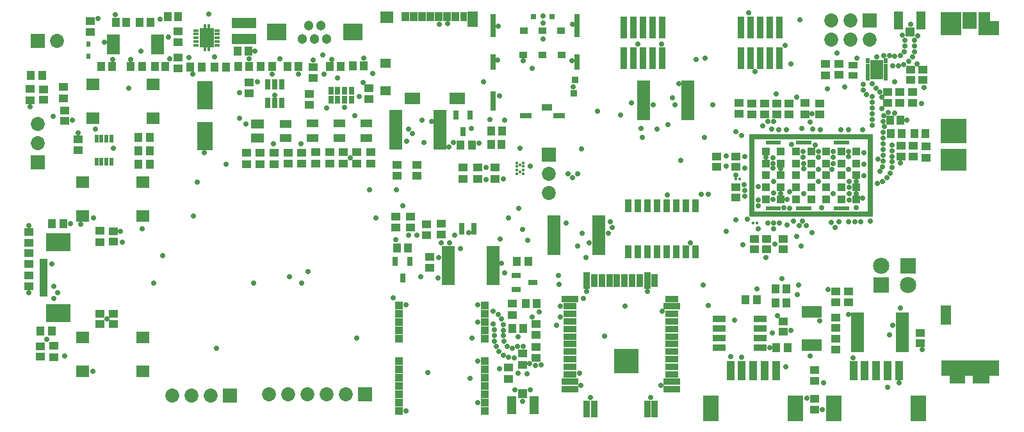
<source format=gts>
G04*
G04 #@! TF.GenerationSoftware,Altium Limited,Altium Designer,21.6.4 (81)*
G04*
G04 Layer_Color=8388736*
%FSLAX44Y44*%
%MOMM*%
G71*
G04*
G04 #@! TF.SameCoordinates,35F2EB46-45B6-4E83-8094-EA5E86E84025*
G04*
G04*
G04 #@! TF.FilePolarity,Negative*
G04*
G01*
G75*
%ADD90R,0.9832X1.1932*%
%ADD91R,1.1932X0.9832*%
%ADD92R,1.1532X1.1032*%
%ADD93R,1.7532X0.9482*%
%ADD94R,1.7532X0.8732*%
%ADD95R,0.6282X0.7182*%
%ADD96R,0.6282X0.4782*%
%ADD97R,1.1032X1.1532*%
%ADD98R,1.1032X0.9032*%
%ADD99R,0.9032X0.9032*%
%ADD100R,1.4032X0.8532*%
%ADD101R,0.6532X3.1032*%
%ADD102R,0.6532X2.1032*%
%ADD103R,0.9532X0.9032*%
%ADD104R,1.6032X0.7032*%
%ADD105R,0.6532X2.6032*%
%ADD106R,0.8032X0.8032*%
%ADD107R,1.0032X1.0032*%
%ADD108R,0.5032X0.5032*%
%ADD109R,0.5032X0.7432*%
%ADD110R,0.7432X0.7432*%
%ADD111R,0.7432X0.5032*%
%ADD112R,0.8032X1.2532*%
%ADD113R,1.6782X0.6532*%
%ADD114R,1.1032X1.0032*%
%ADD115R,3.2032X3.2332*%
%ADD116R,0.9032X2.2032*%
%ADD117R,2.2032X0.9032*%
%ADD118R,1.7032X0.9032*%
%ADD119R,0.9032X1.7032*%
%ADD120R,0.4572X0.4572*%
%ADD121R,1.2032X1.2532*%
%ADD122R,1.2532X2.4032*%
%ADD123R,0.9532X1.8032*%
%ADD124C,0.4532*%
%ADD125R,1.7532X1.5532*%
%ADD126R,1.4032X1.2032*%
%ADD127R,2.1032X1.5532*%
%ADD128R,1.3732X2.0032*%
%ADD129R,0.9532X1.3032*%
%ADD130R,1.0532X1.3032*%
%ADD131R,1.7532X1.5032*%
%ADD132R,1.0032X0.5032*%
%ADD133R,3.2532X2.4032*%
%ADD134R,1.7282X0.8532*%
%ADD135R,0.4532X0.8032*%
%ADD136R,1.8532X2.6032*%
%ADD137R,0.8032X0.4432*%
%ADD138R,3.4032X3.3032*%
%ADD139R,3.4032X2.9332*%
%ADD140R,7.7032X2.0032*%
%ADD141R,1.4032X2.6032*%
%ADD142R,2.7032X1.8532*%
%ADD143R,1.9032X2.3032*%
%ADD144R,2.7032X3.1032*%
%ADD145R,1.6032X1.4532*%
%ADD146R,2.1532X1.3032*%
%ADD147R,2.2032X1.3032*%
%ADD148R,1.2532X0.8032*%
%ADD149R,2.6032X2.2032*%
%ADD150R,0.7032X1.0032*%
%ADD151R,1.2032X0.8782*%
%ADD152R,2.0532X3.7032*%
%ADD153R,1.6032X1.1032*%
%ADD154R,0.6532X1.6282*%
%ADD155R,0.6232X0.7632*%
%ADD156R,3.2532X1.3432*%
%ADD157R,0.6732X0.5032*%
%ADD158R,0.5532X1.0532*%
%ADD159R,1.0032X2.6032*%
%ADD160R,2.0032X3.5032*%
%ADD161R,0.8032X1.4032*%
%ADD162R,1.6532X1.1532*%
%ADD163R,0.9432X2.9982*%
%ADD164C,1.8532*%
%ADD165R,1.8532X1.8532*%
%ADD166R,1.8532X1.8532*%
%ADD167C,1.3032*%
%ADD168R,2.1532X2.1532*%
%ADD169C,2.1532*%
%ADD170C,0.7032*%
D90*
X1167780Y403860D02*
D03*
X1153780D02*
D03*
X640730Y389890D02*
D03*
X626730D02*
D03*
X130160Y533863D02*
D03*
X144160D02*
D03*
X181580Y475443D02*
D03*
X195580D02*
D03*
X212740Y541020D02*
D03*
X198740D02*
D03*
X305450Y495300D02*
D03*
X291450D02*
D03*
X292070Y474980D02*
D03*
X306070D02*
D03*
X1200180Y386080D02*
D03*
X1186180D02*
D03*
X640080Y372110D02*
D03*
X626080D02*
D03*
X457850Y476250D02*
D03*
X443850D02*
D03*
D91*
X1150620Y441340D02*
D03*
Y427340D02*
D03*
X1166663D02*
D03*
Y441340D02*
D03*
X1181100Y471283D02*
D03*
Y457282D02*
D03*
X949960Y342250D02*
D03*
Y356250D02*
D03*
X924560D02*
D03*
Y342250D02*
D03*
X949960Y301610D02*
D03*
Y315610D02*
D03*
X990600Y233030D02*
D03*
Y247030D02*
D03*
X974090D02*
D03*
Y233030D02*
D03*
X1012190Y247030D02*
D03*
Y233030D02*
D03*
X1019940Y412100D02*
D03*
Y426100D02*
D03*
X1003898D02*
D03*
Y412100D02*
D03*
X987855Y426100D02*
D03*
Y412100D02*
D03*
X953770Y426750D02*
D03*
Y412750D02*
D03*
X1012190Y137810D02*
D03*
Y123810D02*
D03*
X1082040Y177180D02*
D03*
Y163180D02*
D03*
X1098550D02*
D03*
Y177180D02*
D03*
X1082040Y100300D02*
D03*
Y114300D02*
D03*
Y142890D02*
D03*
Y128890D02*
D03*
X1193800Y108570D02*
D03*
Y122570D02*
D03*
X34290Y445150D02*
D03*
Y431150D02*
D03*
X62230Y403210D02*
D03*
Y417210D02*
D03*
X212090Y472873D02*
D03*
Y486873D02*
D03*
X15240Y184150D02*
D03*
Y198150D02*
D03*
X109220Y134042D02*
D03*
Y148041D02*
D03*
X127000Y147970D02*
D03*
Y133970D02*
D03*
X544830Y208900D02*
D03*
Y222900D02*
D03*
X560070Y252700D02*
D03*
Y266700D02*
D03*
X1197143Y471283D02*
D03*
Y457282D02*
D03*
X685800Y120000D02*
D03*
Y134000D02*
D03*
X80010Y378460D02*
D03*
Y364460D02*
D03*
X1183975Y370137D02*
D03*
Y356137D02*
D03*
X1167933Y356137D02*
D03*
Y370137D02*
D03*
X127000Y257190D02*
D03*
Y243190D02*
D03*
X30480Y90790D02*
D03*
Y104790D02*
D03*
X306070Y454040D02*
D03*
Y440040D02*
D03*
X15240Y241920D02*
D03*
Y255920D02*
D03*
Y213980D02*
D03*
Y227980D02*
D03*
D92*
X1183705Y441840D02*
D03*
Y426840D02*
D03*
X686063Y104020D02*
D03*
Y89020D02*
D03*
X1201420Y369570D02*
D03*
Y354570D02*
D03*
X654050Y161170D02*
D03*
Y146170D02*
D03*
X648970Y61302D02*
D03*
Y76302D02*
D03*
X1060450Y426600D02*
D03*
Y411600D02*
D03*
X1041400Y411720D02*
D03*
Y426720D02*
D03*
X970813Y426480D02*
D03*
Y411480D02*
D03*
X1068403Y463790D02*
D03*
Y478790D02*
D03*
X1086445Y478910D02*
D03*
Y463910D02*
D03*
X48260Y105170D02*
D03*
Y90170D02*
D03*
X109542Y242690D02*
D03*
Y257690D02*
D03*
X448835Y361545D02*
D03*
Y346545D02*
D03*
X412750Y346830D02*
D03*
Y361830D02*
D03*
X339090Y361098D02*
D03*
Y346098D02*
D03*
X375920Y346348D02*
D03*
Y361348D02*
D03*
X303005Y361098D02*
D03*
Y346098D02*
D03*
X589280Y326510D02*
D03*
Y341510D02*
D03*
X608330D02*
D03*
Y326510D02*
D03*
X631190D02*
D03*
Y341510D02*
D03*
X386080Y424300D02*
D03*
Y439300D02*
D03*
X464820Y446920D02*
D03*
Y431920D02*
D03*
X391160Y474860D02*
D03*
Y459860D02*
D03*
X668020Y80130D02*
D03*
Y95130D02*
D03*
X541020Y251580D02*
D03*
Y266580D02*
D03*
X519430Y261740D02*
D03*
Y276740D02*
D03*
X500380D02*
D03*
Y261740D02*
D03*
X528320Y330320D02*
D03*
Y345320D02*
D03*
X501650D02*
D03*
Y330320D02*
D03*
X96520Y535820D02*
D03*
Y520820D02*
D03*
X212090Y522193D02*
D03*
Y507193D02*
D03*
X60960Y433190D02*
D03*
Y448190D02*
D03*
X16510Y445770D02*
D03*
Y430770D02*
D03*
X1054100Y35440D02*
D03*
Y20440D02*
D03*
X466878Y361545D02*
D03*
Y346545D02*
D03*
X1054100Y58420D02*
D03*
Y73420D02*
D03*
X430793Y346545D02*
D03*
Y361545D02*
D03*
X394182D02*
D03*
Y346545D02*
D03*
X357877Y346347D02*
D03*
Y361347D02*
D03*
X321047Y361097D02*
D03*
Y346097D02*
D03*
D93*
X1136280Y479860D02*
D03*
Y462310D02*
D03*
D94*
Y471090D02*
D03*
D95*
X1124400Y459660D02*
D03*
Y482520D02*
D03*
X1148160D02*
D03*
Y459660D02*
D03*
D96*
X1124400Y466090D02*
D03*
Y471090D02*
D03*
Y476090D02*
D03*
X1148160D02*
D03*
Y466090D02*
D03*
Y471090D02*
D03*
D97*
X1154550Y386080D02*
D03*
X1169550D02*
D03*
X427870Y474980D02*
D03*
X412870D02*
D03*
X175020Y345440D02*
D03*
X160020D02*
D03*
X160140Y363483D02*
D03*
X175140D02*
D03*
Y381525D02*
D03*
X160140D02*
D03*
X669170Y128270D02*
D03*
X654170D02*
D03*
X501770Y235033D02*
D03*
X516770D02*
D03*
X45840Y266700D02*
D03*
X60840D02*
D03*
X45720Y124460D02*
D03*
X30720D02*
D03*
X600710Y370840D02*
D03*
X585710D02*
D03*
X243633Y474787D02*
D03*
X228633D02*
D03*
X260675D02*
D03*
X275675D02*
D03*
X149860Y475443D02*
D03*
X164860D02*
D03*
X125610Y474992D02*
D03*
X110610D02*
D03*
X176290Y533863D02*
D03*
X161290D02*
D03*
X17900Y463550D02*
D03*
X32900D02*
D03*
X962660Y166370D02*
D03*
X977660D02*
D03*
X371990Y474980D02*
D03*
X356990D02*
D03*
X321512D02*
D03*
X336512D02*
D03*
X1017150Y162297D02*
D03*
X1002150D02*
D03*
X1017030Y180340D02*
D03*
X1002030D02*
D03*
X1018420Y102870D02*
D03*
X1003420D02*
D03*
X671950Y161290D02*
D03*
X686950D02*
D03*
X675640Y217375D02*
D03*
X660640D02*
D03*
D98*
X669930Y522580D02*
D03*
X694330D02*
D03*
X718730D02*
D03*
X668930Y490880D02*
D03*
X694330D02*
D03*
X719730D02*
D03*
D99*
X737030Y457580D02*
D03*
D100*
X699830Y420830D02*
D03*
D101*
X740280Y529580D02*
D03*
X628780D02*
D03*
D102*
X740280Y481080D02*
D03*
X628780D02*
D03*
D103*
X735280Y439580D02*
D03*
D104*
X716330Y410080D02*
D03*
X672330D02*
D03*
D105*
X628780Y429580D02*
D03*
D106*
X682130Y541080D02*
D03*
X706530D02*
D03*
D107*
X1109369Y298960D02*
D03*
X1089369D02*
D03*
X1069369D02*
D03*
X1049369D02*
D03*
X1029369D02*
D03*
X1009369D02*
D03*
X1109369Y314960D02*
D03*
X1089369D02*
D03*
X1069369D02*
D03*
X1049369D02*
D03*
X1029369D02*
D03*
X1009369D02*
D03*
X1109369Y330960D02*
D03*
X1089369D02*
D03*
X1069369D02*
D03*
X1049369D02*
D03*
X1029369D02*
D03*
X1009369D02*
D03*
X1109369Y346960D02*
D03*
X1089369D02*
D03*
X1069369D02*
D03*
X1049369D02*
D03*
X1029369D02*
D03*
X1009369D02*
D03*
X1109369Y362960D02*
D03*
X1089369D02*
D03*
X1069369D02*
D03*
X989369Y298960D02*
D03*
Y362960D02*
D03*
Y346960D02*
D03*
Y330960D02*
D03*
X1009369Y362960D02*
D03*
X1029369D02*
D03*
X1049369D02*
D03*
X989369Y314960D02*
D03*
D108*
X1096869Y287460D02*
D03*
X1091869D02*
D03*
X1086869D02*
D03*
X1081869D02*
D03*
X1046869D02*
D03*
X1041869D02*
D03*
X1036869D02*
D03*
X1031869D02*
D03*
X991869D02*
D03*
X996869D02*
D03*
X1001869D02*
D03*
X1006869D02*
D03*
X1096869Y374460D02*
D03*
X1091869D02*
D03*
X1086869D02*
D03*
X1081869D02*
D03*
X1046869D02*
D03*
X1041869D02*
D03*
X1036869D02*
D03*
X1031869D02*
D03*
X991869D02*
D03*
X996869D02*
D03*
X1001869D02*
D03*
X1006869D02*
D03*
D109*
X976869Y382160D02*
D03*
X981869D02*
D03*
X986869D02*
D03*
X991869D02*
D03*
X996869D02*
D03*
X1001869D02*
D03*
X1006869D02*
D03*
X1011869D02*
D03*
X1016869D02*
D03*
X1021869D02*
D03*
X1026869D02*
D03*
X1031869D02*
D03*
X1036869D02*
D03*
X1041869D02*
D03*
X1046869D02*
D03*
X1051869D02*
D03*
X1056869D02*
D03*
X1061869D02*
D03*
X1066869D02*
D03*
X1071869D02*
D03*
X1076869D02*
D03*
X1081869D02*
D03*
X1086869D02*
D03*
X1091869D02*
D03*
X1096869D02*
D03*
X1101869D02*
D03*
X1106869D02*
D03*
X1111869D02*
D03*
X1116869D02*
D03*
X1121869D02*
D03*
Y279760D02*
D03*
X1116869D02*
D03*
X1111869D02*
D03*
X1106869D02*
D03*
X1101869D02*
D03*
X1096869D02*
D03*
X1091869D02*
D03*
X1086869D02*
D03*
X1081869D02*
D03*
X1076869D02*
D03*
X1071869D02*
D03*
X1066869D02*
D03*
X1061869D02*
D03*
X1056869D02*
D03*
X1051869D02*
D03*
X1046869D02*
D03*
X1041869D02*
D03*
X1036869D02*
D03*
X1031869D02*
D03*
X1026869D02*
D03*
X1021869D02*
D03*
X1016869D02*
D03*
X1011869D02*
D03*
X1006869D02*
D03*
X1001869D02*
D03*
X996869D02*
D03*
X991869D02*
D03*
X986869D02*
D03*
X981869D02*
D03*
X976869D02*
D03*
D110*
X1128068Y382160D02*
D03*
Y279760D02*
D03*
X970668D02*
D03*
Y382160D02*
D03*
D111*
X1128068Y375960D02*
D03*
Y370960D02*
D03*
Y365960D02*
D03*
Y360960D02*
D03*
Y355960D02*
D03*
Y350960D02*
D03*
Y345960D02*
D03*
Y340960D02*
D03*
Y335960D02*
D03*
Y330960D02*
D03*
Y325960D02*
D03*
Y320960D02*
D03*
Y315960D02*
D03*
Y310960D02*
D03*
Y305960D02*
D03*
Y300960D02*
D03*
Y295960D02*
D03*
Y290960D02*
D03*
Y285960D02*
D03*
X970668D02*
D03*
Y290960D02*
D03*
Y295960D02*
D03*
Y300960D02*
D03*
Y305960D02*
D03*
Y310960D02*
D03*
Y315960D02*
D03*
Y320960D02*
D03*
Y325960D02*
D03*
Y330960D02*
D03*
Y335960D02*
D03*
Y340960D02*
D03*
Y345960D02*
D03*
Y350960D02*
D03*
Y355960D02*
D03*
Y360960D02*
D03*
Y365960D02*
D03*
Y370960D02*
D03*
Y375960D02*
D03*
D112*
X598780Y411133D02*
D03*
X579780D02*
D03*
X589280Y389133D02*
D03*
X518770Y216740D02*
D03*
X499770D02*
D03*
X509270Y194740D02*
D03*
D113*
X500108Y414025D02*
D03*
Y407525D02*
D03*
Y401025D02*
D03*
Y394525D02*
D03*
Y388025D02*
D03*
Y381525D02*
D03*
Y375025D02*
D03*
Y368525D02*
D03*
X558868D02*
D03*
Y375025D02*
D03*
Y381525D02*
D03*
Y388025D02*
D03*
Y394525D02*
D03*
Y401025D02*
D03*
Y407525D02*
D03*
Y414025D02*
D03*
X709760Y228710D02*
D03*
Y235210D02*
D03*
Y241710D02*
D03*
Y248210D02*
D03*
Y254710D02*
D03*
Y261210D02*
D03*
Y267710D02*
D03*
Y274210D02*
D03*
X768520D02*
D03*
Y267710D02*
D03*
Y261210D02*
D03*
Y254710D02*
D03*
Y248210D02*
D03*
Y241710D02*
D03*
Y235210D02*
D03*
Y228710D02*
D03*
X628820Y188737D02*
D03*
Y195238D02*
D03*
Y201737D02*
D03*
Y208237D02*
D03*
Y214738D02*
D03*
Y221238D02*
D03*
Y227737D02*
D03*
Y234237D02*
D03*
X570060D02*
D03*
Y227737D02*
D03*
Y221238D02*
D03*
Y214738D02*
D03*
Y208237D02*
D03*
Y201737D02*
D03*
Y195238D02*
D03*
Y188737D02*
D03*
X886630Y407780D02*
D03*
Y414280D02*
D03*
Y420780D02*
D03*
Y427280D02*
D03*
Y433780D02*
D03*
Y440280D02*
D03*
Y446780D02*
D03*
Y453280D02*
D03*
X827870D02*
D03*
Y446780D02*
D03*
Y440280D02*
D03*
Y433780D02*
D03*
Y427280D02*
D03*
Y420780D02*
D03*
Y414280D02*
D03*
Y407780D02*
D03*
X1111080Y145940D02*
D03*
Y139440D02*
D03*
Y132940D02*
D03*
Y126440D02*
D03*
Y119940D02*
D03*
Y113440D02*
D03*
Y106940D02*
D03*
Y100440D02*
D03*
X1169840D02*
D03*
Y106940D02*
D03*
Y113440D02*
D03*
Y119940D02*
D03*
Y126440D02*
D03*
Y132940D02*
D03*
Y139440D02*
D03*
Y145940D02*
D03*
X126830Y514538D02*
D03*
Y508038D02*
D03*
Y501538D02*
D03*
Y495038D02*
D03*
X185590D02*
D03*
Y501538D02*
D03*
Y508038D02*
D03*
Y514538D02*
D03*
D114*
X617677Y18945D02*
D03*
Y29945D02*
D03*
Y40945D02*
D03*
Y51945D02*
D03*
Y62945D02*
D03*
Y73945D02*
D03*
Y84945D02*
D03*
Y114945D02*
D03*
Y125945D02*
D03*
Y136945D02*
D03*
Y147945D02*
D03*
Y158945D02*
D03*
X504678D02*
D03*
Y147945D02*
D03*
Y136945D02*
D03*
Y125945D02*
D03*
Y114945D02*
D03*
Y84945D02*
D03*
Y73945D02*
D03*
Y62945D02*
D03*
Y51945D02*
D03*
Y40945D02*
D03*
Y29945D02*
D03*
Y18945D02*
D03*
D115*
X804678Y84980D02*
D03*
D116*
X842678Y21680D02*
D03*
X832678D02*
D03*
X762678D02*
D03*
X752678D02*
D03*
Y191680D02*
D03*
X832678D02*
D03*
D117*
X730177Y47480D02*
D03*
Y57480D02*
D03*
Y167480D02*
D03*
X865177Y157480D02*
D03*
Y57480D02*
D03*
Y47480D02*
D03*
D118*
X730177Y67480D02*
D03*
Y77480D02*
D03*
Y87480D02*
D03*
Y97480D02*
D03*
Y107480D02*
D03*
Y117480D02*
D03*
Y127480D02*
D03*
Y137480D02*
D03*
Y147480D02*
D03*
Y157480D02*
D03*
X865177Y167480D02*
D03*
Y147480D02*
D03*
Y137480D02*
D03*
Y127480D02*
D03*
Y117480D02*
D03*
Y107480D02*
D03*
Y97480D02*
D03*
Y87480D02*
D03*
Y77480D02*
D03*
Y67480D02*
D03*
D119*
X762678Y191680D02*
D03*
X772678D02*
D03*
X782678D02*
D03*
X792678D02*
D03*
X802678D02*
D03*
X812678D02*
D03*
X822678D02*
D03*
X842678D02*
D03*
D120*
X955040Y326390D02*
D03*
X949960D02*
D03*
X972820Y267970D02*
D03*
X977900D02*
D03*
D121*
X1179830Y520690D02*
D03*
X668020Y41920D02*
D03*
D122*
X1165080Y535940D02*
D03*
X1194580D02*
D03*
X653270Y26670D02*
D03*
X682770D02*
D03*
D123*
X807720Y229850D02*
D03*
X820420D02*
D03*
X833120D02*
D03*
X845820D02*
D03*
X858520D02*
D03*
X871220D02*
D03*
X883920D02*
D03*
X896620D02*
D03*
Y290850D02*
D03*
X883920D02*
D03*
X871220D02*
D03*
X858520D02*
D03*
X845820D02*
D03*
X833120D02*
D03*
X820420D02*
D03*
X807720D02*
D03*
D124*
X660452Y332820D02*
D03*
Y337820D02*
D03*
Y342820D02*
D03*
Y347820D02*
D03*
X664802Y335320D02*
D03*
Y345320D02*
D03*
X669152Y332820D02*
D03*
Y337820D02*
D03*
Y342820D02*
D03*
Y347820D02*
D03*
D125*
X488720Y540070D02*
D03*
D126*
X486970Y479820D02*
D03*
Y442820D02*
D03*
D127*
X521970Y433070D02*
D03*
X581670D02*
D03*
D128*
X601920Y537820D02*
D03*
D129*
X589820Y541320D02*
D03*
D130*
X579320D02*
D03*
X568320D02*
D03*
X557320D02*
D03*
X546320D02*
D03*
X535320D02*
D03*
X524320D02*
D03*
X513320D02*
D03*
D131*
X165480Y71480D02*
D03*
X85980D02*
D03*
X165480Y116480D02*
D03*
X85980D02*
D03*
X99950Y451760D02*
D03*
X179450D02*
D03*
X99950Y406760D02*
D03*
X179450D02*
D03*
X85980Y322220D02*
D03*
X165480D02*
D03*
X85980Y277220D02*
D03*
X165480D02*
D03*
D132*
X34689Y173280D02*
D03*
Y178280D02*
D03*
Y183280D02*
D03*
Y188280D02*
D03*
Y193280D02*
D03*
Y198280D02*
D03*
Y203280D02*
D03*
Y208280D02*
D03*
Y213280D02*
D03*
Y218280D02*
D03*
D133*
X53939Y148780D02*
D03*
Y242780D02*
D03*
D134*
X927920Y140970D02*
D03*
Y128270D02*
D03*
Y115570D02*
D03*
Y102870D02*
D03*
X982160D02*
D03*
Y115570D02*
D03*
Y128270D02*
D03*
Y140970D02*
D03*
D135*
X252642Y527580D02*
D03*
X247642D02*
D03*
X252642Y498580D02*
D03*
X247642D02*
D03*
D136*
X250142Y513080D02*
D03*
D137*
X236141Y503080D02*
D03*
Y508080D02*
D03*
Y513080D02*
D03*
Y518080D02*
D03*
Y523080D02*
D03*
X264142D02*
D03*
Y518080D02*
D03*
Y513080D02*
D03*
Y508080D02*
D03*
Y503080D02*
D03*
D138*
X1237370Y390030D02*
D03*
D139*
Y351880D02*
D03*
D140*
X1259870Y75530D02*
D03*
D141*
X1227470Y146030D02*
D03*
D142*
X1283970Y525780D02*
D03*
D143*
X1258970Y536030D02*
D03*
D144*
X1233970Y532030D02*
D03*
D145*
X1278470Y540280D02*
D03*
D146*
X1243120Y61030D02*
D03*
D147*
X1274370D02*
D03*
D148*
X659560Y198833D02*
D03*
Y179832D02*
D03*
X681560Y189333D02*
D03*
D149*
X443440Y520810D02*
D03*
X342440D02*
D03*
D150*
X414490Y443165D02*
D03*
X423490D02*
D03*
X432490D02*
D03*
X441490D02*
D03*
Y431165D02*
D03*
X432490D02*
D03*
X423490D02*
D03*
X414490D02*
D03*
D151*
X1104488Y463550D02*
D03*
Y476790D02*
D03*
D152*
X247650Y437210D02*
D03*
Y383210D02*
D03*
D153*
X461010Y399588D02*
D03*
Y380588D02*
D03*
X425450Y399873D02*
D03*
Y380873D02*
D03*
X354330Y399390D02*
D03*
Y380390D02*
D03*
X389890Y399873D02*
D03*
Y380873D02*
D03*
D154*
X1040540Y150390D02*
D03*
X1047040D02*
D03*
X1053540D02*
D03*
X1060040D02*
D03*
Y106150D02*
D03*
X1053540D02*
D03*
X1047040D02*
D03*
X1040540D02*
D03*
D155*
X93980Y488570D02*
D03*
Y504570D02*
D03*
D156*
X299720Y511308D02*
D03*
Y532909D02*
D03*
D157*
X587280Y255350D02*
D03*
Y260350D02*
D03*
Y265350D02*
D03*
X603980D02*
D03*
Y260350D02*
D03*
Y255350D02*
D03*
D158*
X124050Y379990D02*
D03*
X117550D02*
D03*
X111050D02*
D03*
X104550D02*
D03*
Y348990D02*
D03*
X111050D02*
D03*
X117550D02*
D03*
X124050D02*
D03*
D159*
X1002820Y72640D02*
D03*
X987820D02*
D03*
X972820D02*
D03*
X957820D02*
D03*
X942820D02*
D03*
X1165428D02*
D03*
X1150428D02*
D03*
X1135428D02*
D03*
X1120427D02*
D03*
X1105428D02*
D03*
D160*
X1028820Y22140D02*
D03*
X916820D02*
D03*
X1191428D02*
D03*
X1079428D02*
D03*
D161*
X330860Y426920D02*
D03*
X340360D02*
D03*
X349860D02*
D03*
Y451920D02*
D03*
X340360D02*
D03*
X330860D02*
D03*
D162*
X317500Y380390D02*
D03*
Y399390D02*
D03*
D163*
X1007110Y527070D02*
D03*
Y486410D02*
D03*
X994410Y527070D02*
D03*
Y486410D02*
D03*
X981710Y527070D02*
D03*
Y486410D02*
D03*
X969010Y527070D02*
D03*
Y486410D02*
D03*
X956310Y527070D02*
D03*
Y486410D02*
D03*
X852170Y527060D02*
D03*
Y486400D02*
D03*
X839470Y527060D02*
D03*
Y486400D02*
D03*
X826770Y527060D02*
D03*
Y486400D02*
D03*
X814070Y527060D02*
D03*
Y486400D02*
D03*
X801370Y527060D02*
D03*
Y486400D02*
D03*
D164*
X26577Y398780D02*
D03*
Y373380D02*
D03*
X1126902Y510540D02*
D03*
X1101503Y535940D02*
D03*
Y510540D02*
D03*
X1076103Y535940D02*
D03*
Y510540D02*
D03*
X52070Y509270D02*
D03*
X702310Y332740D02*
D03*
Y307340D02*
D03*
X434340Y40640D02*
D03*
X408940D02*
D03*
X383540D02*
D03*
X358140D02*
D03*
X332740D02*
D03*
X255270Y39370D02*
D03*
X229870D02*
D03*
X204470D02*
D03*
D165*
X26577Y347980D02*
D03*
X702310Y358140D02*
D03*
D166*
X1126902Y535940D02*
D03*
X26670Y509270D02*
D03*
X459740Y40640D02*
D03*
X280670Y39370D02*
D03*
D167*
X408940Y511810D02*
D03*
X400940Y529810D02*
D03*
X392940Y511810D02*
D03*
X384940Y529810D02*
D03*
X376940Y511810D02*
D03*
D168*
X1141730Y185420D02*
D03*
X1177290Y210820D02*
D03*
D169*
X1141730D02*
D03*
X1177290Y185420D02*
D03*
D170*
X1151675Y413949D02*
D03*
X1159647Y413558D02*
D03*
X1144741Y402818D02*
D03*
X1146156Y395412D02*
D03*
X1152720Y489530D02*
D03*
X1145199Y490068D02*
D03*
X1130377Y405183D02*
D03*
Y397643D02*
D03*
X1043940Y35560D02*
D03*
X534670Y403860D02*
D03*
X961291Y310854D02*
D03*
X755650Y241300D02*
D03*
X947795Y138822D02*
D03*
X904240Y306070D02*
D03*
X913130D02*
D03*
X359410Y196850D02*
D03*
X375951Y188361D02*
D03*
X384634Y203635D02*
D03*
X1080837Y261687D02*
D03*
X1075642Y269046D02*
D03*
X1086372Y269325D02*
D03*
X1115054Y269288D02*
D03*
X1106945Y269385D02*
D03*
X1098550Y269240D02*
D03*
X949960Y271780D02*
D03*
X537254Y374734D02*
D03*
X514604Y376597D02*
D03*
X522628Y386099D02*
D03*
X585470Y233680D02*
D03*
X638461Y246733D02*
D03*
X1159510Y454660D02*
D03*
X824709Y392799D02*
D03*
X826143Y381381D02*
D03*
X610535Y373543D02*
D03*
X576120Y374157D02*
D03*
X600292Y392901D02*
D03*
X445770Y410210D02*
D03*
X338927Y373188D02*
D03*
X375273Y372931D02*
D03*
X811530Y426720D02*
D03*
X767113Y415965D02*
D03*
X860339Y398090D02*
D03*
X845323Y392356D02*
D03*
X637540Y436190D02*
D03*
X624426Y404691D02*
D03*
X797310Y410772D02*
D03*
X557767Y531007D02*
D03*
X734527Y448540D02*
D03*
X439936Y354007D02*
D03*
X678180Y342900D02*
D03*
X1051298Y392190D02*
D03*
X1065530Y55880D02*
D03*
X1165860D02*
D03*
X1079928Y11895D02*
D03*
X1191260Y11430D02*
D03*
X1016000Y77470D02*
D03*
X127000Y367030D02*
D03*
X740410Y237490D02*
D03*
X746760Y254436D02*
D03*
X717543Y143517D02*
D03*
X713160Y132080D02*
D03*
X717550Y157480D02*
D03*
X727710Y332740D02*
D03*
X734060Y327660D02*
D03*
X740410Y332740D02*
D03*
X725170Y267970D02*
D03*
X742950Y68580D02*
D03*
X913130Y158750D02*
D03*
X906780Y185420D02*
D03*
X1036320Y237490D02*
D03*
X989330Y222250D02*
D03*
X262890Y101600D02*
D03*
X985520Y396240D02*
D03*
X949960Y388620D02*
D03*
X293370Y406400D02*
D03*
X661670Y116840D02*
D03*
X661799Y68471D02*
D03*
X657881Y46949D02*
D03*
X667954Y31531D02*
D03*
X678159Y46820D02*
D03*
X674241Y68342D02*
D03*
X629325Y133958D02*
D03*
X630476Y126506D02*
D03*
Y118966D02*
D03*
X630775Y111432D02*
D03*
X632823Y104176D02*
D03*
X636938Y97858D02*
D03*
X642634Y92917D02*
D03*
X649554Y89923D02*
D03*
X657026Y88909D02*
D03*
X677478Y81188D02*
D03*
X684798Y79381D02*
D03*
X692332Y79684D02*
D03*
X669019Y104769D02*
D03*
X661487Y104414D02*
D03*
X654524Y101522D02*
D03*
X647666Y104655D02*
D03*
X643548Y110971D02*
D03*
X642918Y118485D02*
D03*
Y126025D02*
D03*
X642384Y133546D02*
D03*
X639820Y140637D02*
D03*
X635342Y146703D02*
D03*
X629248Y151143D02*
D03*
X637540Y74930D02*
D03*
X680720Y143510D02*
D03*
X598170Y62230D02*
D03*
X542290Y69850D02*
D03*
X651510Y22860D02*
D03*
X681990D02*
D03*
X600710Y115570D02*
D03*
X775970Y118110D02*
D03*
X689610Y149860D02*
D03*
X1009187Y306960D02*
D03*
X1118179Y451663D02*
D03*
X1118599Y444135D02*
D03*
X1122884Y437931D02*
D03*
X1129962Y435332D02*
D03*
X1130377Y427803D02*
D03*
Y420263D02*
D03*
Y412723D02*
D03*
X1137838Y352798D02*
D03*
X1142819Y419268D02*
D03*
X1142870Y434347D02*
D03*
X1140751Y441584D02*
D03*
X1135193Y446679D02*
D03*
X1130621Y452675D02*
D03*
X1020778Y309646D02*
D03*
X1063182Y288180D02*
D03*
X1042670Y264160D02*
D03*
X1037590Y270510D02*
D03*
X1117141Y391206D02*
D03*
X1098601Y391618D02*
D03*
X1088485Y391536D02*
D03*
X1061790Y391881D02*
D03*
X1036881Y393503D02*
D03*
X1016585Y391473D02*
D03*
X1006505Y391812D02*
D03*
X997033Y391947D02*
D03*
X957580Y383540D02*
D03*
X961763Y355935D02*
D03*
X961390Y340360D02*
D03*
X937260Y356870D02*
D03*
Y342900D02*
D03*
X949960Y330962D02*
D03*
X960901Y318246D02*
D03*
X961390Y303530D02*
D03*
X965287Y272632D02*
D03*
X979170Y260350D02*
D03*
X1001397Y239678D02*
D03*
X991870Y267970D02*
D03*
X999490D02*
D03*
X1007690D02*
D03*
X999490Y260405D02*
D03*
X1017270Y265430D02*
D03*
X1026160Y270510D02*
D03*
X1033780Y264160D02*
D03*
X1127956Y270428D02*
D03*
X1050290Y255270D02*
D03*
X1029970Y250190D02*
D03*
X959286Y239118D02*
D03*
X1047750Y401320D02*
D03*
X1051015Y412682D02*
D03*
X1003234Y438626D02*
D03*
X1030028Y434790D02*
D03*
X1013714Y287782D02*
D03*
X1021179Y287138D02*
D03*
X1017986Y298951D02*
D03*
X999097Y353837D02*
D03*
X989452Y354901D02*
D03*
X999204Y346931D02*
D03*
X999316Y340360D02*
D03*
X1009323Y339487D02*
D03*
X999490Y322580D02*
D03*
X979170Y316230D02*
D03*
Y298450D02*
D03*
Y291084D02*
D03*
X1108710Y288290D02*
D03*
X1117570Y300960D02*
D03*
X1099820Y298450D02*
D03*
X1099404Y306924D02*
D03*
X1109281Y307162D02*
D03*
X1078952Y306939D02*
D03*
X1039277Y306822D02*
D03*
X1059180Y322580D02*
D03*
Y339090D02*
D03*
X1039575Y339450D02*
D03*
X1039334Y346934D02*
D03*
X1039092Y355005D02*
D03*
Y362683D02*
D03*
X1023620Y372110D02*
D03*
X1055116Y370894D02*
D03*
X1059160Y362458D02*
D03*
X1059055Y355097D02*
D03*
X1078810Y346735D02*
D03*
X1076960Y338960D02*
D03*
X1078810Y355252D02*
D03*
X1078476Y363059D02*
D03*
X1099130Y362960D02*
D03*
Y355518D02*
D03*
Y339193D02*
D03*
X1099368Y323032D02*
D03*
X1109346Y323057D02*
D03*
X1119409Y330876D02*
D03*
X1119409Y345654D02*
D03*
X1119551Y360942D02*
D03*
X1099368Y314960D02*
D03*
X991870Y402590D02*
D03*
X999490D02*
D03*
X999385Y298794D02*
D03*
X999490Y307340D02*
D03*
X1180691Y531079D02*
D03*
X1169691Y516511D02*
D03*
X1173609Y510069D02*
D03*
Y502529D02*
D03*
X1172931Y495019D02*
D03*
X1167712Y489578D02*
D03*
X1160219Y488741D02*
D03*
X1157043Y476299D02*
D03*
X1164583Y476357D02*
D03*
X1171964Y477897D02*
D03*
X1178384Y481852D02*
D03*
X1183135Y487707D02*
D03*
X1185711Y494793D02*
D03*
X1186051Y502325D02*
D03*
Y509865D02*
D03*
X1189969Y516307D02*
D03*
X1195681Y426532D02*
D03*
X1109980Y486410D02*
D03*
X1070610Y445770D02*
D03*
X1189376Y478420D02*
D03*
X1136031Y487954D02*
D03*
X1093470Y448310D02*
D03*
X1083310Y492760D02*
D03*
X1198880Y447040D02*
D03*
X1164590Y532130D02*
D03*
X1145048Y410352D02*
D03*
X1144911Y387975D02*
D03*
X1144453Y380449D02*
D03*
Y372909D02*
D03*
Y365369D02*
D03*
Y357829D02*
D03*
Y350289D02*
D03*
X1144106Y342757D02*
D03*
X1140518Y336126D02*
D03*
X1136751Y320397D02*
D03*
X1143739Y323229D02*
D03*
X1149671Y327883D02*
D03*
X1153949Y334092D02*
D03*
X1156388Y341227D02*
D03*
X1156787Y348756D02*
D03*
Y356296D02*
D03*
Y363836D02*
D03*
Y371376D02*
D03*
X937260Y256540D02*
D03*
X977900Y180340D02*
D03*
X1010920Y194310D02*
D03*
X1032510Y185420D02*
D03*
X1194580Y532130D02*
D03*
X889698Y241300D02*
D03*
X106680Y538480D02*
D03*
X302260Y398780D02*
D03*
X188580Y538017D02*
D03*
X246957Y361317D02*
D03*
X1060450Y138430D02*
D03*
X1022508Y125809D02*
D03*
X994338Y102870D02*
D03*
X942703Y90776D02*
D03*
X916903Y12035D02*
D03*
X1029141Y11614D02*
D03*
X1105111Y89593D02*
D03*
X1071643Y179946D02*
D03*
X1098564Y146904D02*
D03*
X1196340Y100330D02*
D03*
X1157613Y132439D02*
D03*
X1167754Y347416D02*
D03*
X1176183Y404427D02*
D03*
X1014730Y502920D02*
D03*
X975501Y468283D02*
D03*
X869846Y424177D02*
D03*
X874530Y452754D02*
D03*
X851985Y504837D02*
D03*
X820317Y504621D02*
D03*
X635706Y528213D02*
D03*
X664670Y366711D02*
D03*
X858955Y305022D02*
D03*
X748030Y167640D02*
D03*
X752777Y176922D02*
D03*
X832636Y177304D02*
D03*
X852170Y151130D02*
D03*
X804375Y83674D02*
D03*
X850782Y52766D02*
D03*
X837616Y36490D02*
D03*
X745044Y52523D02*
D03*
X757275Y36490D02*
D03*
X513598Y18903D02*
D03*
X608439Y29925D02*
D03*
X608612Y84886D02*
D03*
X608608Y136289D02*
D03*
X608700Y159238D02*
D03*
X513820Y159294D02*
D03*
X597042Y255093D02*
D03*
X560070Y241682D02*
D03*
X557158Y221929D02*
D03*
X570958Y368670D02*
D03*
X733532Y483000D02*
D03*
X734060Y530860D02*
D03*
X694690Y542290D02*
D03*
X669011Y482834D02*
D03*
X635145Y483787D02*
D03*
X568516Y531990D02*
D03*
X457015Y454062D02*
D03*
X458008Y485891D02*
D03*
X415260Y484421D02*
D03*
X391249Y483905D02*
D03*
X340431Y437435D02*
D03*
X314019Y495428D02*
D03*
X244891Y513375D02*
D03*
X255258Y513040D02*
D03*
X250190Y505460D02*
D03*
Y521970D02*
D03*
X231824Y465182D02*
D03*
X201123Y485715D02*
D03*
X149793Y484846D02*
D03*
X125635Y484556D02*
D03*
X114691Y507395D02*
D03*
X129841Y543625D02*
D03*
X136584Y257229D02*
D03*
X83613Y266217D02*
D03*
X118145Y141036D02*
D03*
X99932Y71796D02*
D03*
X38842Y113858D02*
D03*
X14992Y175714D02*
D03*
X45720Y213360D02*
D03*
X15097Y264368D02*
D03*
X69956Y266757D02*
D03*
X102870Y392430D02*
D03*
X80010Y387350D02*
D03*
X72390Y403860D02*
D03*
X16510Y421640D02*
D03*
X46990Y408940D02*
D03*
X966470Y546100D02*
D03*
X317500Y454660D02*
D03*
X346710Y485140D02*
D03*
X293370Y440690D02*
D03*
X405130Y464820D02*
D03*
X403860Y490220D02*
D03*
X252730Y544830D02*
D03*
X180340Y187960D02*
D03*
X500771Y311505D02*
D03*
X465938Y312049D02*
D03*
X191770Y224790D02*
D03*
X138430Y242570D02*
D03*
X165100Y260350D02*
D03*
X275590Y345440D02*
D03*
X237743Y321852D02*
D03*
X469900Y466090D02*
D03*
X1153160Y119380D02*
D03*
X1167130Y154940D02*
D03*
X547370Y402082D02*
D03*
X694690Y511810D02*
D03*
X199390Y514350D02*
D03*
X783590Y269240D02*
D03*
X781630Y254436D02*
D03*
X786130Y261620D02*
D03*
X998220Y121920D02*
D03*
X473710Y274320D02*
D03*
X312420Y187960D02*
D03*
X232410Y276860D02*
D03*
X674370Y245110D02*
D03*
X668020Y259080D02*
D03*
X53340Y175260D02*
D03*
X48260Y167640D02*
D03*
X509270Y290830D02*
D03*
X533400Y196850D02*
D03*
X643890Y201930D02*
D03*
X448310Y115570D02*
D03*
X648970Y274320D02*
D03*
X516890Y392430D02*
D03*
X745490Y365760D02*
D03*
X619760Y341630D02*
D03*
Y325120D02*
D03*
X694690Y532964D02*
D03*
X615950Y454660D02*
D03*
X680720Y472440D02*
D03*
X643890Y403860D02*
D03*
X1047750Y91440D02*
D03*
X919480Y424180D02*
D03*
X840304D02*
D03*
X957580Y90170D02*
D03*
X642620Y326390D02*
D03*
X528320Y251460D02*
D03*
X577850D02*
D03*
X1064260Y20320D02*
D03*
X1031240Y172720D02*
D03*
X260350Y487680D02*
D03*
X306070Y485140D02*
D03*
X751840Y222068D02*
D03*
X556006Y195238D02*
D03*
X516890Y251460D02*
D03*
X62230Y91440D02*
D03*
X571491Y241588D02*
D03*
X496697Y168910D02*
D03*
X371735Y464820D02*
D03*
X336550D02*
D03*
X716280Y186690D02*
D03*
X715010Y198120D02*
D03*
X452120Y435610D02*
D03*
X163538Y495554D02*
D03*
X432490Y420806D02*
D03*
X803656Y157480D02*
D03*
X226476Y486873D02*
D03*
X865730Y434086D02*
D03*
X1022858Y478282D02*
D03*
X408940Y420116D02*
D03*
X877189Y350520D02*
D03*
X908050Y381381D02*
D03*
X1005078Y145431D02*
D03*
X500380Y245443D02*
D03*
X423490Y459668D02*
D03*
X1034542Y537464D02*
D03*
X908812Y486664D02*
D03*
X897636Y484632D02*
D03*
X1150428Y49846D02*
D03*
X47752Y184404D02*
D03*
X100330Y274574D02*
D03*
X662891Y287577D02*
D03*
X639826Y214738D02*
D03*
X147574Y446278D02*
D03*
M02*

</source>
